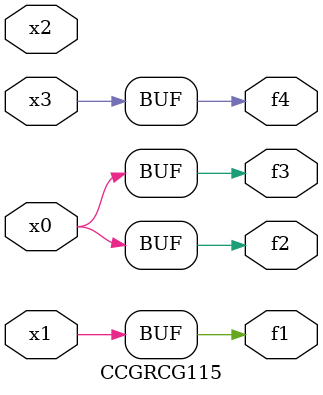
<source format=v>
module CCGRCG115(
	input x0, x1, x2, x3,
	output f1, f2, f3, f4
);
	assign f1 = x1;
	assign f2 = x0;
	assign f3 = x0;
	assign f4 = x3;
endmodule

</source>
